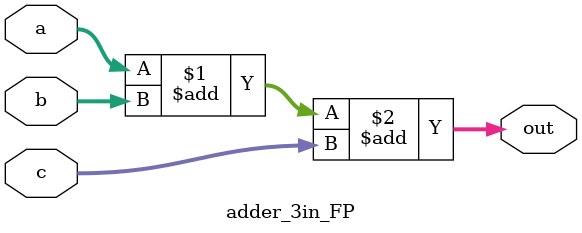
<source format=v>
module adder_3in_FP(
 input 	signed  [17:0] a,b,c,
 output signed 	[17:0] out
 );

assign out=a+b+c;
endmodule
</source>
